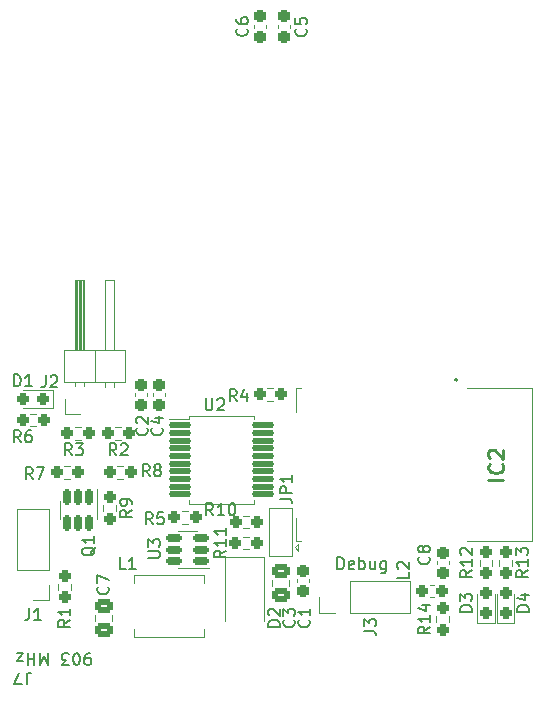
<source format=gto>
G04 #@! TF.GenerationSoftware,KiCad,Pcbnew,6.0.10*
G04 #@! TF.CreationDate,2023-11-17T15:38:02-06:00*
G04 #@! TF.ProjectId,sensor_sigfox_3,73656e73-6f72-45f7-9369-67666f785f33,rev?*
G04 #@! TF.SameCoordinates,Original*
G04 #@! TF.FileFunction,Legend,Top*
G04 #@! TF.FilePolarity,Positive*
%FSLAX46Y46*%
G04 Gerber Fmt 4.6, Leading zero omitted, Abs format (unit mm)*
G04 Created by KiCad (PCBNEW 6.0.10) date 2023-11-17 15:38:02*
%MOMM*%
%LPD*%
G01*
G04 APERTURE LIST*
G04 Aperture macros list*
%AMRoundRect*
0 Rectangle with rounded corners*
0 $1 Rounding radius*
0 $2 $3 $4 $5 $6 $7 $8 $9 X,Y pos of 4 corners*
0 Add a 4 corners polygon primitive as box body*
4,1,4,$2,$3,$4,$5,$6,$7,$8,$9,$2,$3,0*
0 Add four circle primitives for the rounded corners*
1,1,$1+$1,$2,$3*
1,1,$1+$1,$4,$5*
1,1,$1+$1,$6,$7*
1,1,$1+$1,$8,$9*
0 Add four rect primitives between the rounded corners*
20,1,$1+$1,$2,$3,$4,$5,0*
20,1,$1+$1,$4,$5,$6,$7,0*
20,1,$1+$1,$6,$7,$8,$9,0*
20,1,$1+$1,$8,$9,$2,$3,0*%
G04 Aperture macros list end*
%ADD10C,0.150000*%
%ADD11C,0.200000*%
%ADD12C,0.254000*%
%ADD13C,0.120000*%
%ADD14C,0.100000*%
%ADD15RoundRect,0.250000X0.475000X-0.337500X0.475000X0.337500X-0.475000X0.337500X-0.475000X-0.337500X0*%
%ADD16RoundRect,0.237500X-0.287500X-0.237500X0.287500X-0.237500X0.287500X0.237500X-0.287500X0.237500X0*%
%ADD17RoundRect,0.237500X-0.237500X0.250000X-0.237500X-0.250000X0.237500X-0.250000X0.237500X0.250000X0*%
%ADD18RoundRect,0.237500X0.250000X0.237500X-0.250000X0.237500X-0.250000X-0.237500X0.250000X-0.237500X0*%
%ADD19RoundRect,0.237500X-0.250000X-0.237500X0.250000X-0.237500X0.250000X0.237500X-0.250000X0.237500X0*%
%ADD20RoundRect,0.237500X0.237500X-0.250000X0.237500X0.250000X-0.237500X0.250000X-0.237500X-0.250000X0*%
%ADD21RoundRect,0.237500X-0.237500X0.300000X-0.237500X-0.300000X0.237500X-0.300000X0.237500X0.300000X0*%
%ADD22RoundRect,0.237500X0.237500X-0.300000X0.237500X0.300000X-0.237500X0.300000X-0.237500X-0.300000X0*%
%ADD23R,3.000000X3.500000*%
%ADD24R,1.700000X1.700000*%
%ADD25O,1.700000X1.700000*%
%ADD26R,1.800000X2.500000*%
%ADD27R,1.500000X1.000000*%
%ADD28R,0.700000X1.000000*%
%ADD29R,1.000000X0.700000*%
%ADD30RoundRect,0.237500X0.287500X0.237500X-0.287500X0.237500X-0.287500X-0.237500X0.287500X-0.237500X0*%
%ADD31RoundRect,0.237500X0.237500X-0.287500X0.237500X0.287500X-0.237500X0.287500X-0.237500X-0.287500X0*%
%ADD32RoundRect,0.150000X0.512500X0.150000X-0.512500X0.150000X-0.512500X-0.150000X0.512500X-0.150000X0*%
%ADD33RoundRect,0.150000X-0.150000X0.512500X-0.150000X-0.512500X0.150000X-0.512500X0.150000X0.512500X0*%
%ADD34RoundRect,0.125000X-0.825000X-0.125000X0.825000X-0.125000X0.825000X0.125000X-0.825000X0.125000X0*%
G04 APERTURE END LIST*
D10*
X129524380Y-102306380D02*
X129524380Y-101306380D01*
X129762476Y-101306380D01*
X129905333Y-101354000D01*
X130000571Y-101449238D01*
X130048190Y-101544476D01*
X130095809Y-101734952D01*
X130095809Y-101877809D01*
X130048190Y-102068285D01*
X130000571Y-102163523D01*
X129905333Y-102258761D01*
X129762476Y-102306380D01*
X129524380Y-102306380D01*
X130905333Y-102258761D02*
X130810095Y-102306380D01*
X130619619Y-102306380D01*
X130524380Y-102258761D01*
X130476761Y-102163523D01*
X130476761Y-101782571D01*
X130524380Y-101687333D01*
X130619619Y-101639714D01*
X130810095Y-101639714D01*
X130905333Y-101687333D01*
X130952952Y-101782571D01*
X130952952Y-101877809D01*
X130476761Y-101973047D01*
X131381523Y-102306380D02*
X131381523Y-101306380D01*
X131381523Y-101687333D02*
X131476761Y-101639714D01*
X131667238Y-101639714D01*
X131762476Y-101687333D01*
X131810095Y-101734952D01*
X131857714Y-101830190D01*
X131857714Y-102115904D01*
X131810095Y-102211142D01*
X131762476Y-102258761D01*
X131667238Y-102306380D01*
X131476761Y-102306380D01*
X131381523Y-102258761D01*
X132714857Y-101639714D02*
X132714857Y-102306380D01*
X132286285Y-101639714D02*
X132286285Y-102163523D01*
X132333904Y-102258761D01*
X132429142Y-102306380D01*
X132572000Y-102306380D01*
X132667238Y-102258761D01*
X132714857Y-102211142D01*
X133619619Y-101639714D02*
X133619619Y-102449238D01*
X133572000Y-102544476D01*
X133524380Y-102592095D01*
X133429142Y-102639714D01*
X133286285Y-102639714D01*
X133191047Y-102592095D01*
X133619619Y-102258761D02*
X133524380Y-102306380D01*
X133333904Y-102306380D01*
X133238666Y-102258761D01*
X133191047Y-102211142D01*
X133143428Y-102115904D01*
X133143428Y-101830190D01*
X133191047Y-101734952D01*
X133238666Y-101687333D01*
X133333904Y-101639714D01*
X133524380Y-101639714D01*
X133619619Y-101687333D01*
D11*
X108575809Y-109402619D02*
X108385333Y-109402619D01*
X108290095Y-109450238D01*
X108242476Y-109497857D01*
X108147238Y-109640714D01*
X108099619Y-109831190D01*
X108099619Y-110212142D01*
X108147238Y-110307380D01*
X108194857Y-110355000D01*
X108290095Y-110402619D01*
X108480571Y-110402619D01*
X108575809Y-110355000D01*
X108623428Y-110307380D01*
X108671047Y-110212142D01*
X108671047Y-109974047D01*
X108623428Y-109878809D01*
X108575809Y-109831190D01*
X108480571Y-109783571D01*
X108290095Y-109783571D01*
X108194857Y-109831190D01*
X108147238Y-109878809D01*
X108099619Y-109974047D01*
X107480571Y-110402619D02*
X107385333Y-110402619D01*
X107290095Y-110355000D01*
X107242476Y-110307380D01*
X107194857Y-110212142D01*
X107147238Y-110021666D01*
X107147238Y-109783571D01*
X107194857Y-109593095D01*
X107242476Y-109497857D01*
X107290095Y-109450238D01*
X107385333Y-109402619D01*
X107480571Y-109402619D01*
X107575809Y-109450238D01*
X107623428Y-109497857D01*
X107671047Y-109593095D01*
X107718666Y-109783571D01*
X107718666Y-110021666D01*
X107671047Y-110212142D01*
X107623428Y-110307380D01*
X107575809Y-110355000D01*
X107480571Y-110402619D01*
X106813904Y-110402619D02*
X106194857Y-110402619D01*
X106528190Y-110021666D01*
X106385333Y-110021666D01*
X106290095Y-109974047D01*
X106242476Y-109926428D01*
X106194857Y-109831190D01*
X106194857Y-109593095D01*
X106242476Y-109497857D01*
X106290095Y-109450238D01*
X106385333Y-109402619D01*
X106671047Y-109402619D01*
X106766285Y-109450238D01*
X106813904Y-109497857D01*
X105004380Y-109402619D02*
X105004380Y-110402619D01*
X104671047Y-109688333D01*
X104337714Y-110402619D01*
X104337714Y-109402619D01*
X103861523Y-109402619D02*
X103861523Y-110402619D01*
X103861523Y-109926428D02*
X103290095Y-109926428D01*
X103290095Y-109402619D02*
X103290095Y-110402619D01*
X102909142Y-110069285D02*
X102385333Y-110069285D01*
X102909142Y-109402619D01*
X102385333Y-109402619D01*
D10*
X103203333Y-112053619D02*
X103203333Y-111339333D01*
X103250952Y-111196476D01*
X103346190Y-111101238D01*
X103489047Y-111053619D01*
X103584285Y-111053619D01*
X102822380Y-112053619D02*
X102155714Y-112053619D01*
X102584285Y-111053619D01*
X110085142Y-103798666D02*
X110132761Y-103846285D01*
X110180380Y-103989142D01*
X110180380Y-104084380D01*
X110132761Y-104227238D01*
X110037523Y-104322476D01*
X109942285Y-104370095D01*
X109751809Y-104417714D01*
X109608952Y-104417714D01*
X109418476Y-104370095D01*
X109323238Y-104322476D01*
X109228000Y-104227238D01*
X109180380Y-104084380D01*
X109180380Y-103989142D01*
X109228000Y-103846285D01*
X109275619Y-103798666D01*
X109180380Y-103465333D02*
X109180380Y-102798666D01*
X110180380Y-103227238D01*
X125833142Y-106592666D02*
X125880761Y-106640285D01*
X125928380Y-106783142D01*
X125928380Y-106878380D01*
X125880761Y-107021238D01*
X125785523Y-107116476D01*
X125690285Y-107164095D01*
X125499809Y-107211714D01*
X125356952Y-107211714D01*
X125166476Y-107164095D01*
X125071238Y-107116476D01*
X124976000Y-107021238D01*
X124928380Y-106878380D01*
X124928380Y-106783142D01*
X124976000Y-106640285D01*
X125023619Y-106592666D01*
X124928380Y-106259333D02*
X124928380Y-105640285D01*
X125309333Y-105973619D01*
X125309333Y-105830761D01*
X125356952Y-105735523D01*
X125404571Y-105687904D01*
X125499809Y-105640285D01*
X125737904Y-105640285D01*
X125833142Y-105687904D01*
X125880761Y-105735523D01*
X125928380Y-105830761D01*
X125928380Y-106116476D01*
X125880761Y-106211714D01*
X125833142Y-106259333D01*
X135580380Y-102528666D02*
X135580380Y-103004857D01*
X134580380Y-103004857D01*
X134675619Y-102242952D02*
X134628000Y-102195333D01*
X134580380Y-102100095D01*
X134580380Y-101862000D01*
X134628000Y-101766761D01*
X134675619Y-101719142D01*
X134770857Y-101671523D01*
X134866095Y-101671523D01*
X135008952Y-101719142D01*
X135580380Y-102290571D01*
X135580380Y-101671523D01*
X137358380Y-107172357D02*
X136882190Y-107505690D01*
X137358380Y-107743785D02*
X136358380Y-107743785D01*
X136358380Y-107362833D01*
X136406000Y-107267595D01*
X136453619Y-107219976D01*
X136548857Y-107172357D01*
X136691714Y-107172357D01*
X136786952Y-107219976D01*
X136834571Y-107267595D01*
X136882190Y-107362833D01*
X136882190Y-107743785D01*
X137358380Y-106219976D02*
X137358380Y-106791404D01*
X137358380Y-106505690D02*
X136358380Y-106505690D01*
X136501238Y-106600928D01*
X136596476Y-106696166D01*
X136644095Y-106791404D01*
X136691714Y-105362833D02*
X137358380Y-105362833D01*
X136310761Y-105600928D02*
X137025047Y-105839023D01*
X137025047Y-105219976D01*
X145646380Y-102393357D02*
X145170190Y-102726690D01*
X145646380Y-102964785D02*
X144646380Y-102964785D01*
X144646380Y-102583833D01*
X144694000Y-102488595D01*
X144741619Y-102440976D01*
X144836857Y-102393357D01*
X144979714Y-102393357D01*
X145074952Y-102440976D01*
X145122571Y-102488595D01*
X145170190Y-102583833D01*
X145170190Y-102964785D01*
X145646380Y-101440976D02*
X145646380Y-102012404D01*
X145646380Y-101726690D02*
X144646380Y-101726690D01*
X144789238Y-101821928D01*
X144884476Y-101917166D01*
X144932095Y-102012404D01*
X144646380Y-101107642D02*
X144646380Y-100488595D01*
X145027333Y-100821928D01*
X145027333Y-100679071D01*
X145074952Y-100583833D01*
X145122571Y-100536214D01*
X145217809Y-100488595D01*
X145455904Y-100488595D01*
X145551142Y-100536214D01*
X145598761Y-100583833D01*
X145646380Y-100679071D01*
X145646380Y-100964785D01*
X145598761Y-101060023D01*
X145551142Y-101107642D01*
X140914380Y-102393357D02*
X140438190Y-102726690D01*
X140914380Y-102964785D02*
X139914380Y-102964785D01*
X139914380Y-102583833D01*
X139962000Y-102488595D01*
X140009619Y-102440976D01*
X140104857Y-102393357D01*
X140247714Y-102393357D01*
X140342952Y-102440976D01*
X140390571Y-102488595D01*
X140438190Y-102583833D01*
X140438190Y-102964785D01*
X140914380Y-101440976D02*
X140914380Y-102012404D01*
X140914380Y-101726690D02*
X139914380Y-101726690D01*
X140057238Y-101821928D01*
X140152476Y-101917166D01*
X140200095Y-102012404D01*
X140009619Y-101060023D02*
X139962000Y-101012404D01*
X139914380Y-100917166D01*
X139914380Y-100679071D01*
X139962000Y-100583833D01*
X140009619Y-100536214D01*
X140104857Y-100488595D01*
X140200095Y-100488595D01*
X140342952Y-100536214D01*
X140914380Y-101107642D01*
X140914380Y-100488595D01*
X120086380Y-100718857D02*
X119610190Y-101052190D01*
X120086380Y-101290285D02*
X119086380Y-101290285D01*
X119086380Y-100909333D01*
X119134000Y-100814095D01*
X119181619Y-100766476D01*
X119276857Y-100718857D01*
X119419714Y-100718857D01*
X119514952Y-100766476D01*
X119562571Y-100814095D01*
X119610190Y-100909333D01*
X119610190Y-101290285D01*
X120086380Y-99766476D02*
X120086380Y-100337904D01*
X120086380Y-100052190D02*
X119086380Y-100052190D01*
X119229238Y-100147428D01*
X119324476Y-100242666D01*
X119372095Y-100337904D01*
X120086380Y-98814095D02*
X120086380Y-99385523D01*
X120086380Y-99099809D02*
X119086380Y-99099809D01*
X119229238Y-99195047D01*
X119324476Y-99290285D01*
X119372095Y-99385523D01*
X118991142Y-97734380D02*
X118657809Y-97258190D01*
X118419714Y-97734380D02*
X118419714Y-96734380D01*
X118800666Y-96734380D01*
X118895904Y-96782000D01*
X118943523Y-96829619D01*
X118991142Y-96924857D01*
X118991142Y-97067714D01*
X118943523Y-97162952D01*
X118895904Y-97210571D01*
X118800666Y-97258190D01*
X118419714Y-97258190D01*
X119943523Y-97734380D02*
X119372095Y-97734380D01*
X119657809Y-97734380D02*
X119657809Y-96734380D01*
X119562571Y-96877238D01*
X119467333Y-96972476D01*
X119372095Y-97020095D01*
X120562571Y-96734380D02*
X120657809Y-96734380D01*
X120753047Y-96782000D01*
X120800666Y-96829619D01*
X120848285Y-96924857D01*
X120895904Y-97115333D01*
X120895904Y-97353428D01*
X120848285Y-97543904D01*
X120800666Y-97639142D01*
X120753047Y-97686761D01*
X120657809Y-97734380D01*
X120562571Y-97734380D01*
X120467333Y-97686761D01*
X120419714Y-97639142D01*
X120372095Y-97543904D01*
X120324476Y-97353428D01*
X120324476Y-97115333D01*
X120372095Y-96924857D01*
X120419714Y-96829619D01*
X120467333Y-96782000D01*
X120562571Y-96734380D01*
X112118380Y-97298166D02*
X111642190Y-97631500D01*
X112118380Y-97869595D02*
X111118380Y-97869595D01*
X111118380Y-97488642D01*
X111166000Y-97393404D01*
X111213619Y-97345785D01*
X111308857Y-97298166D01*
X111451714Y-97298166D01*
X111546952Y-97345785D01*
X111594571Y-97393404D01*
X111642190Y-97488642D01*
X111642190Y-97869595D01*
X112118380Y-96821976D02*
X112118380Y-96631500D01*
X112070761Y-96536261D01*
X112023142Y-96488642D01*
X111880285Y-96393404D01*
X111689809Y-96345785D01*
X111308857Y-96345785D01*
X111213619Y-96393404D01*
X111166000Y-96441023D01*
X111118380Y-96536261D01*
X111118380Y-96726738D01*
X111166000Y-96821976D01*
X111213619Y-96869595D01*
X111308857Y-96917214D01*
X111546952Y-96917214D01*
X111642190Y-96869595D01*
X111689809Y-96821976D01*
X111737428Y-96726738D01*
X111737428Y-96536261D01*
X111689809Y-96441023D01*
X111642190Y-96393404D01*
X111546952Y-96345785D01*
X113625333Y-94432380D02*
X113292000Y-93956190D01*
X113053904Y-94432380D02*
X113053904Y-93432380D01*
X113434857Y-93432380D01*
X113530095Y-93480000D01*
X113577714Y-93527619D01*
X113625333Y-93622857D01*
X113625333Y-93765714D01*
X113577714Y-93860952D01*
X113530095Y-93908571D01*
X113434857Y-93956190D01*
X113053904Y-93956190D01*
X114196761Y-93860952D02*
X114101523Y-93813333D01*
X114053904Y-93765714D01*
X114006285Y-93670476D01*
X114006285Y-93622857D01*
X114053904Y-93527619D01*
X114101523Y-93480000D01*
X114196761Y-93432380D01*
X114387238Y-93432380D01*
X114482476Y-93480000D01*
X114530095Y-93527619D01*
X114577714Y-93622857D01*
X114577714Y-93670476D01*
X114530095Y-93765714D01*
X114482476Y-93813333D01*
X114387238Y-93860952D01*
X114196761Y-93860952D01*
X114101523Y-93908571D01*
X114053904Y-93956190D01*
X114006285Y-94051428D01*
X114006285Y-94241904D01*
X114053904Y-94337142D01*
X114101523Y-94384761D01*
X114196761Y-94432380D01*
X114387238Y-94432380D01*
X114482476Y-94384761D01*
X114530095Y-94337142D01*
X114577714Y-94241904D01*
X114577714Y-94051428D01*
X114530095Y-93956190D01*
X114482476Y-93908571D01*
X114387238Y-93860952D01*
X103719333Y-94686380D02*
X103386000Y-94210190D01*
X103147904Y-94686380D02*
X103147904Y-93686380D01*
X103528857Y-93686380D01*
X103624095Y-93734000D01*
X103671714Y-93781619D01*
X103719333Y-93876857D01*
X103719333Y-94019714D01*
X103671714Y-94114952D01*
X103624095Y-94162571D01*
X103528857Y-94210190D01*
X103147904Y-94210190D01*
X104052666Y-93686380D02*
X104719333Y-93686380D01*
X104290761Y-94686380D01*
X102703333Y-91544380D02*
X102370000Y-91068190D01*
X102131904Y-91544380D02*
X102131904Y-90544380D01*
X102512857Y-90544380D01*
X102608095Y-90592000D01*
X102655714Y-90639619D01*
X102703333Y-90734857D01*
X102703333Y-90877714D01*
X102655714Y-90972952D01*
X102608095Y-91020571D01*
X102512857Y-91068190D01*
X102131904Y-91068190D01*
X103560476Y-90544380D02*
X103370000Y-90544380D01*
X103274761Y-90592000D01*
X103227142Y-90639619D01*
X103131904Y-90782476D01*
X103084285Y-90972952D01*
X103084285Y-91353904D01*
X103131904Y-91449142D01*
X103179523Y-91496761D01*
X103274761Y-91544380D01*
X103465238Y-91544380D01*
X103560476Y-91496761D01*
X103608095Y-91449142D01*
X103655714Y-91353904D01*
X103655714Y-91115809D01*
X103608095Y-91020571D01*
X103560476Y-90972952D01*
X103465238Y-90925333D01*
X103274761Y-90925333D01*
X103179523Y-90972952D01*
X103131904Y-91020571D01*
X103084285Y-91115809D01*
X113879333Y-98496380D02*
X113546000Y-98020190D01*
X113307904Y-98496380D02*
X113307904Y-97496380D01*
X113688857Y-97496380D01*
X113784095Y-97544000D01*
X113831714Y-97591619D01*
X113879333Y-97686857D01*
X113879333Y-97829714D01*
X113831714Y-97924952D01*
X113784095Y-97972571D01*
X113688857Y-98020190D01*
X113307904Y-98020190D01*
X114784095Y-97496380D02*
X114307904Y-97496380D01*
X114260285Y-97972571D01*
X114307904Y-97924952D01*
X114403142Y-97877333D01*
X114641238Y-97877333D01*
X114736476Y-97924952D01*
X114784095Y-97972571D01*
X114831714Y-98067809D01*
X114831714Y-98305904D01*
X114784095Y-98401142D01*
X114736476Y-98448761D01*
X114641238Y-98496380D01*
X114403142Y-98496380D01*
X114307904Y-98448761D01*
X114260285Y-98401142D01*
X120991333Y-88082380D02*
X120658000Y-87606190D01*
X120419904Y-88082380D02*
X120419904Y-87082380D01*
X120800857Y-87082380D01*
X120896095Y-87130000D01*
X120943714Y-87177619D01*
X120991333Y-87272857D01*
X120991333Y-87415714D01*
X120943714Y-87510952D01*
X120896095Y-87558571D01*
X120800857Y-87606190D01*
X120419904Y-87606190D01*
X121848476Y-87415714D02*
X121848476Y-88082380D01*
X121610380Y-87034761D02*
X121372285Y-87749047D01*
X121991333Y-87749047D01*
X107021333Y-92654380D02*
X106688000Y-92178190D01*
X106449904Y-92654380D02*
X106449904Y-91654380D01*
X106830857Y-91654380D01*
X106926095Y-91702000D01*
X106973714Y-91749619D01*
X107021333Y-91844857D01*
X107021333Y-91987714D01*
X106973714Y-92082952D01*
X106926095Y-92130571D01*
X106830857Y-92178190D01*
X106449904Y-92178190D01*
X107354666Y-91654380D02*
X107973714Y-91654380D01*
X107640380Y-92035333D01*
X107783238Y-92035333D01*
X107878476Y-92082952D01*
X107926095Y-92130571D01*
X107973714Y-92225809D01*
X107973714Y-92463904D01*
X107926095Y-92559142D01*
X107878476Y-92606761D01*
X107783238Y-92654380D01*
X107497523Y-92654380D01*
X107402285Y-92606761D01*
X107354666Y-92559142D01*
X110807833Y-92654380D02*
X110474500Y-92178190D01*
X110236404Y-92654380D02*
X110236404Y-91654380D01*
X110617357Y-91654380D01*
X110712595Y-91702000D01*
X110760214Y-91749619D01*
X110807833Y-91844857D01*
X110807833Y-91987714D01*
X110760214Y-92082952D01*
X110712595Y-92130571D01*
X110617357Y-92178190D01*
X110236404Y-92178190D01*
X111188785Y-91749619D02*
X111236404Y-91702000D01*
X111331642Y-91654380D01*
X111569738Y-91654380D01*
X111664976Y-91702000D01*
X111712595Y-91749619D01*
X111760214Y-91844857D01*
X111760214Y-91940095D01*
X111712595Y-92082952D01*
X111141166Y-92654380D01*
X111760214Y-92654380D01*
X106878380Y-106592666D02*
X106402190Y-106926000D01*
X106878380Y-107164095D02*
X105878380Y-107164095D01*
X105878380Y-106783142D01*
X105926000Y-106687904D01*
X105973619Y-106640285D01*
X106068857Y-106592666D01*
X106211714Y-106592666D01*
X106306952Y-106640285D01*
X106354571Y-106687904D01*
X106402190Y-106783142D01*
X106402190Y-107164095D01*
X106878380Y-105640285D02*
X106878380Y-106211714D01*
X106878380Y-105926000D02*
X105878380Y-105926000D01*
X106021238Y-106021238D01*
X106116476Y-106116476D01*
X106164095Y-106211714D01*
X137263142Y-101258666D02*
X137310761Y-101306285D01*
X137358380Y-101449142D01*
X137358380Y-101544380D01*
X137310761Y-101687238D01*
X137215523Y-101782476D01*
X137120285Y-101830095D01*
X136929809Y-101877714D01*
X136786952Y-101877714D01*
X136596476Y-101830095D01*
X136501238Y-101782476D01*
X136406000Y-101687238D01*
X136358380Y-101544380D01*
X136358380Y-101449142D01*
X136406000Y-101306285D01*
X136453619Y-101258666D01*
X136786952Y-100687238D02*
X136739333Y-100782476D01*
X136691714Y-100830095D01*
X136596476Y-100877714D01*
X136548857Y-100877714D01*
X136453619Y-100830095D01*
X136406000Y-100782476D01*
X136358380Y-100687238D01*
X136358380Y-100496761D01*
X136406000Y-100401523D01*
X136453619Y-100353904D01*
X136548857Y-100306285D01*
X136596476Y-100306285D01*
X136691714Y-100353904D01*
X136739333Y-100401523D01*
X136786952Y-100496761D01*
X136786952Y-100687238D01*
X136834571Y-100782476D01*
X136882190Y-100830095D01*
X136977428Y-100877714D01*
X137167904Y-100877714D01*
X137263142Y-100830095D01*
X137310761Y-100782476D01*
X137358380Y-100687238D01*
X137358380Y-100496761D01*
X137310761Y-100401523D01*
X137263142Y-100353904D01*
X137167904Y-100306285D01*
X136977428Y-100306285D01*
X136882190Y-100353904D01*
X136834571Y-100401523D01*
X136786952Y-100496761D01*
X121863142Y-56533166D02*
X121910761Y-56580785D01*
X121958380Y-56723642D01*
X121958380Y-56818880D01*
X121910761Y-56961738D01*
X121815523Y-57056976D01*
X121720285Y-57104595D01*
X121529809Y-57152214D01*
X121386952Y-57152214D01*
X121196476Y-57104595D01*
X121101238Y-57056976D01*
X121006000Y-56961738D01*
X120958380Y-56818880D01*
X120958380Y-56723642D01*
X121006000Y-56580785D01*
X121053619Y-56533166D01*
X120958380Y-55676023D02*
X120958380Y-55866500D01*
X121006000Y-55961738D01*
X121053619Y-56009357D01*
X121196476Y-56104595D01*
X121386952Y-56152214D01*
X121767904Y-56152214D01*
X121863142Y-56104595D01*
X121910761Y-56056976D01*
X121958380Y-55961738D01*
X121958380Y-55771261D01*
X121910761Y-55676023D01*
X121863142Y-55628404D01*
X121767904Y-55580785D01*
X121529809Y-55580785D01*
X121434571Y-55628404D01*
X121386952Y-55676023D01*
X121339333Y-55771261D01*
X121339333Y-55961738D01*
X121386952Y-56056976D01*
X121434571Y-56104595D01*
X121529809Y-56152214D01*
X126849142Y-56554666D02*
X126896761Y-56602285D01*
X126944380Y-56745142D01*
X126944380Y-56840380D01*
X126896761Y-56983238D01*
X126801523Y-57078476D01*
X126706285Y-57126095D01*
X126515809Y-57173714D01*
X126372952Y-57173714D01*
X126182476Y-57126095D01*
X126087238Y-57078476D01*
X125992000Y-56983238D01*
X125944380Y-56840380D01*
X125944380Y-56745142D01*
X125992000Y-56602285D01*
X126039619Y-56554666D01*
X125944380Y-55649904D02*
X125944380Y-56126095D01*
X126420571Y-56173714D01*
X126372952Y-56126095D01*
X126325333Y-56030857D01*
X126325333Y-55792761D01*
X126372952Y-55697523D01*
X126420571Y-55649904D01*
X126515809Y-55602285D01*
X126753904Y-55602285D01*
X126849142Y-55649904D01*
X126896761Y-55697523D01*
X126944380Y-55792761D01*
X126944380Y-56030857D01*
X126896761Y-56126095D01*
X126849142Y-56173714D01*
X114657142Y-90336666D02*
X114704761Y-90384285D01*
X114752380Y-90527142D01*
X114752380Y-90622380D01*
X114704761Y-90765238D01*
X114609523Y-90860476D01*
X114514285Y-90908095D01*
X114323809Y-90955714D01*
X114180952Y-90955714D01*
X113990476Y-90908095D01*
X113895238Y-90860476D01*
X113800000Y-90765238D01*
X113752380Y-90622380D01*
X113752380Y-90527142D01*
X113800000Y-90384285D01*
X113847619Y-90336666D01*
X114085714Y-89479523D02*
X114752380Y-89479523D01*
X113704761Y-89717619D02*
X114419047Y-89955714D01*
X114419047Y-89336666D01*
X113387142Y-90336666D02*
X113434761Y-90384285D01*
X113482380Y-90527142D01*
X113482380Y-90622380D01*
X113434761Y-90765238D01*
X113339523Y-90860476D01*
X113244285Y-90908095D01*
X113053809Y-90955714D01*
X112910952Y-90955714D01*
X112720476Y-90908095D01*
X112625238Y-90860476D01*
X112530000Y-90765238D01*
X112482380Y-90622380D01*
X112482380Y-90527142D01*
X112530000Y-90384285D01*
X112577619Y-90336666D01*
X112577619Y-89955714D02*
X112530000Y-89908095D01*
X112482380Y-89812857D01*
X112482380Y-89574761D01*
X112530000Y-89479523D01*
X112577619Y-89431904D01*
X112672857Y-89384285D01*
X112768095Y-89384285D01*
X112910952Y-89431904D01*
X113482380Y-90003333D01*
X113482380Y-89384285D01*
X127103142Y-106592666D02*
X127150761Y-106640285D01*
X127198380Y-106783142D01*
X127198380Y-106878380D01*
X127150761Y-107021238D01*
X127055523Y-107116476D01*
X126960285Y-107164095D01*
X126769809Y-107211714D01*
X126626952Y-107211714D01*
X126436476Y-107164095D01*
X126341238Y-107116476D01*
X126246000Y-107021238D01*
X126198380Y-106878380D01*
X126198380Y-106783142D01*
X126246000Y-106640285D01*
X126293619Y-106592666D01*
X127198380Y-105640285D02*
X127198380Y-106211714D01*
X127198380Y-105926000D02*
X126198380Y-105926000D01*
X126341238Y-106021238D01*
X126436476Y-106116476D01*
X126484095Y-106211714D01*
X111593333Y-102306380D02*
X111117142Y-102306380D01*
X111117142Y-101306380D01*
X112450476Y-102306380D02*
X111879047Y-102306380D01*
X112164761Y-102306380D02*
X112164761Y-101306380D01*
X112069523Y-101449238D01*
X111974285Y-101544476D01*
X111879047Y-101592095D01*
X131786380Y-107521333D02*
X132500666Y-107521333D01*
X132643523Y-107568952D01*
X132738761Y-107664190D01*
X132786380Y-107807047D01*
X132786380Y-107902285D01*
X131786380Y-107140380D02*
X131786380Y-106521333D01*
X132167333Y-106854666D01*
X132167333Y-106711809D01*
X132214952Y-106616571D01*
X132262571Y-106568952D01*
X132357809Y-106521333D01*
X132595904Y-106521333D01*
X132691142Y-106568952D01*
X132738761Y-106616571D01*
X132786380Y-106711809D01*
X132786380Y-106997523D01*
X132738761Y-107092761D01*
X132691142Y-107140380D01*
X124658380Y-107164095D02*
X123658380Y-107164095D01*
X123658380Y-106926000D01*
X123706000Y-106783142D01*
X123801238Y-106687904D01*
X123896476Y-106640285D01*
X124086952Y-106592666D01*
X124229809Y-106592666D01*
X124420285Y-106640285D01*
X124515523Y-106687904D01*
X124610761Y-106783142D01*
X124658380Y-106926000D01*
X124658380Y-107164095D01*
X123753619Y-106211714D02*
X123706000Y-106164095D01*
X123658380Y-106068857D01*
X123658380Y-105830761D01*
X123706000Y-105735523D01*
X123753619Y-105687904D01*
X123848857Y-105640285D01*
X123944095Y-105640285D01*
X124086952Y-105687904D01*
X124658380Y-106259333D01*
X124658380Y-105640285D01*
X103425666Y-105609380D02*
X103425666Y-106323666D01*
X103378047Y-106466523D01*
X103282809Y-106561761D01*
X103139952Y-106609380D01*
X103044714Y-106609380D01*
X104425666Y-106609380D02*
X103854238Y-106609380D01*
X104139952Y-106609380D02*
X104139952Y-105609380D01*
X104044714Y-105752238D01*
X103949476Y-105847476D01*
X103854238Y-105895095D01*
X104822666Y-85896380D02*
X104822666Y-86610666D01*
X104775047Y-86753523D01*
X104679809Y-86848761D01*
X104536952Y-86896380D01*
X104441714Y-86896380D01*
X105251238Y-85991619D02*
X105298857Y-85944000D01*
X105394095Y-85896380D01*
X105632190Y-85896380D01*
X105727428Y-85944000D01*
X105775047Y-85991619D01*
X105822666Y-86086857D01*
X105822666Y-86182095D01*
X105775047Y-86324952D01*
X105203619Y-86896380D01*
X105822666Y-86896380D01*
X124674380Y-96337333D02*
X125388666Y-96337333D01*
X125531523Y-96384952D01*
X125626761Y-96480190D01*
X125674380Y-96623047D01*
X125674380Y-96718285D01*
X125674380Y-95861142D02*
X124674380Y-95861142D01*
X124674380Y-95480190D01*
X124722000Y-95384952D01*
X124769619Y-95337333D01*
X124864857Y-95289714D01*
X125007714Y-95289714D01*
X125102952Y-95337333D01*
X125150571Y-95384952D01*
X125198190Y-95480190D01*
X125198190Y-95861142D01*
X125674380Y-94337333D02*
X125674380Y-94908761D01*
X125674380Y-94623047D02*
X124674380Y-94623047D01*
X124817238Y-94718285D01*
X124912476Y-94813523D01*
X124960095Y-94908761D01*
D12*
X143576523Y-94711761D02*
X142306523Y-94711761D01*
X143455571Y-93381285D02*
X143516047Y-93441761D01*
X143576523Y-93623190D01*
X143576523Y-93744142D01*
X143516047Y-93925571D01*
X143395095Y-94046523D01*
X143274142Y-94107000D01*
X143032238Y-94167476D01*
X142850809Y-94167476D01*
X142608904Y-94107000D01*
X142487952Y-94046523D01*
X142367000Y-93925571D01*
X142306523Y-93744142D01*
X142306523Y-93623190D01*
X142367000Y-93441761D01*
X142427476Y-93381285D01*
X142427476Y-92897476D02*
X142367000Y-92837000D01*
X142306523Y-92716047D01*
X142306523Y-92413666D01*
X142367000Y-92292714D01*
X142427476Y-92232238D01*
X142548428Y-92171761D01*
X142669380Y-92171761D01*
X142850809Y-92232238D01*
X143576523Y-92957952D01*
X143576523Y-92171761D01*
D10*
X102131904Y-86812380D02*
X102131904Y-85812380D01*
X102370000Y-85812380D01*
X102512857Y-85860000D01*
X102608095Y-85955238D01*
X102655714Y-86050476D01*
X102703333Y-86240952D01*
X102703333Y-86383809D01*
X102655714Y-86574285D01*
X102608095Y-86669523D01*
X102512857Y-86764761D01*
X102370000Y-86812380D01*
X102131904Y-86812380D01*
X103655714Y-86812380D02*
X103084285Y-86812380D01*
X103370000Y-86812380D02*
X103370000Y-85812380D01*
X103274761Y-85955238D01*
X103179523Y-86050476D01*
X103084285Y-86098095D01*
X140914380Y-105894095D02*
X139914380Y-105894095D01*
X139914380Y-105656000D01*
X139962000Y-105513142D01*
X140057238Y-105417904D01*
X140152476Y-105370285D01*
X140342952Y-105322666D01*
X140485809Y-105322666D01*
X140676285Y-105370285D01*
X140771523Y-105417904D01*
X140866761Y-105513142D01*
X140914380Y-105656000D01*
X140914380Y-105894095D01*
X139914380Y-104989333D02*
X139914380Y-104370285D01*
X140295333Y-104703619D01*
X140295333Y-104560761D01*
X140342952Y-104465523D01*
X140390571Y-104417904D01*
X140485809Y-104370285D01*
X140723904Y-104370285D01*
X140819142Y-104417904D01*
X140866761Y-104465523D01*
X140914380Y-104560761D01*
X140914380Y-104846476D01*
X140866761Y-104941714D01*
X140819142Y-104989333D01*
X145740380Y-105894095D02*
X144740380Y-105894095D01*
X144740380Y-105656000D01*
X144788000Y-105513142D01*
X144883238Y-105417904D01*
X144978476Y-105370285D01*
X145168952Y-105322666D01*
X145311809Y-105322666D01*
X145502285Y-105370285D01*
X145597523Y-105417904D01*
X145692761Y-105513142D01*
X145740380Y-105656000D01*
X145740380Y-105894095D01*
X145073714Y-104465523D02*
X145740380Y-104465523D01*
X144692761Y-104703619D02*
X145407047Y-104941714D01*
X145407047Y-104322666D01*
X113498380Y-101345904D02*
X114307904Y-101345904D01*
X114403142Y-101298285D01*
X114450761Y-101250666D01*
X114498380Y-101155428D01*
X114498380Y-100964952D01*
X114450761Y-100869714D01*
X114403142Y-100822095D01*
X114307904Y-100774476D01*
X113498380Y-100774476D01*
X113498380Y-100393523D02*
X113498380Y-99774476D01*
X113879333Y-100107809D01*
X113879333Y-99964952D01*
X113926952Y-99869714D01*
X113974571Y-99822095D01*
X114069809Y-99774476D01*
X114307904Y-99774476D01*
X114403142Y-99822095D01*
X114450761Y-99869714D01*
X114498380Y-99964952D01*
X114498380Y-100250666D01*
X114450761Y-100345904D01*
X114403142Y-100393523D01*
X109005619Y-100425238D02*
X108958000Y-100520476D01*
X108862761Y-100615714D01*
X108719904Y-100758571D01*
X108672285Y-100853809D01*
X108672285Y-100949047D01*
X108910380Y-100901428D02*
X108862761Y-100996666D01*
X108767523Y-101091904D01*
X108577047Y-101139523D01*
X108243714Y-101139523D01*
X108053238Y-101091904D01*
X107958000Y-100996666D01*
X107910380Y-100901428D01*
X107910380Y-100710952D01*
X107958000Y-100615714D01*
X108053238Y-100520476D01*
X108243714Y-100472857D01*
X108577047Y-100472857D01*
X108767523Y-100520476D01*
X108862761Y-100615714D01*
X108910380Y-100710952D01*
X108910380Y-100901428D01*
X108910380Y-99520476D02*
X108910380Y-100091904D01*
X108910380Y-99806190D02*
X107910380Y-99806190D01*
X108053238Y-99901428D01*
X108148476Y-99996666D01*
X108196095Y-100091904D01*
X118364095Y-87844380D02*
X118364095Y-88653904D01*
X118411714Y-88749142D01*
X118459333Y-88796761D01*
X118554571Y-88844380D01*
X118745047Y-88844380D01*
X118840285Y-88796761D01*
X118887904Y-88749142D01*
X118935523Y-88653904D01*
X118935523Y-87844380D01*
X119364095Y-87939619D02*
X119411714Y-87892000D01*
X119506952Y-87844380D01*
X119745047Y-87844380D01*
X119840285Y-87892000D01*
X119887904Y-87939619D01*
X119935523Y-88034857D01*
X119935523Y-88130095D01*
X119887904Y-88272952D01*
X119316476Y-88844380D01*
X119935523Y-88844380D01*
D13*
X108993000Y-106708752D02*
X108993000Y-106186248D01*
X110463000Y-106708752D02*
X110463000Y-106186248D01*
X123979000Y-103744752D02*
X123979000Y-103222248D01*
X125449000Y-103744752D02*
X125449000Y-103222248D01*
X137360733Y-104650000D02*
X137703267Y-104650000D01*
X137360733Y-103630000D02*
X137703267Y-103630000D01*
X138952500Y-106274776D02*
X138952500Y-106784224D01*
X137907500Y-106274776D02*
X137907500Y-106784224D01*
X144286500Y-101495776D02*
X144286500Y-102005224D01*
X143241500Y-101495776D02*
X143241500Y-102005224D01*
X142635500Y-101495776D02*
X142635500Y-102005224D01*
X141590500Y-101495776D02*
X141590500Y-102005224D01*
X122071224Y-98820500D02*
X121561776Y-98820500D01*
X122071224Y-97775500D02*
X121561776Y-97775500D01*
X121538276Y-99553500D02*
X122047724Y-99553500D01*
X121538276Y-100598500D02*
X122047724Y-100598500D01*
X110758500Y-96876776D02*
X110758500Y-97386224D01*
X109713500Y-96876776D02*
X109713500Y-97386224D01*
X111403224Y-94629500D02*
X110893776Y-94629500D01*
X111403224Y-93584500D02*
X110893776Y-93584500D01*
X106911224Y-94629500D02*
X106401776Y-94629500D01*
X106911224Y-93584500D02*
X106401776Y-93584500D01*
X104037224Y-90184500D02*
X103527776Y-90184500D01*
X104037224Y-89139500D02*
X103527776Y-89139500D01*
X116354776Y-97394500D02*
X116864224Y-97394500D01*
X116354776Y-98439500D02*
X116864224Y-98439500D01*
X124103224Y-88025500D02*
X123593776Y-88025500D01*
X124103224Y-86980500D02*
X123593776Y-86980500D01*
X107290776Y-90282500D02*
X107800224Y-90282500D01*
X107290776Y-91327500D02*
X107800224Y-91327500D01*
X110719776Y-90282500D02*
X111229224Y-90282500D01*
X110719776Y-91327500D02*
X111229224Y-91327500D01*
X105903500Y-104037224D02*
X105903500Y-103527776D01*
X106948500Y-104037224D02*
X106948500Y-103527776D01*
X138940000Y-101607233D02*
X138940000Y-101899767D01*
X137920000Y-101607233D02*
X137920000Y-101899767D01*
X122426000Y-56512767D02*
X122426000Y-56220233D01*
X123446000Y-56512767D02*
X123446000Y-56220233D01*
X124458000Y-56512767D02*
X124458000Y-56220233D01*
X125478000Y-56512767D02*
X125478000Y-56220233D01*
X114937000Y-87383233D02*
X114937000Y-87675767D01*
X113917000Y-87383233D02*
X113917000Y-87675767D01*
X113413000Y-87383233D02*
X113413000Y-87675767D01*
X112393000Y-87383233D02*
X112393000Y-87675767D01*
X126109000Y-103423767D02*
X126109000Y-103131233D01*
X127129000Y-103423767D02*
X127129000Y-103131233D01*
X118236000Y-103480000D02*
X118236000Y-102800000D01*
X118236000Y-108020000D02*
X112316000Y-108020000D01*
X118236000Y-102800000D02*
X112316000Y-102800000D01*
X112316000Y-103480000D02*
X112316000Y-102800000D01*
X118236000Y-108020000D02*
X118236000Y-107340000D01*
X112316000Y-108020000D02*
X112316000Y-107340000D01*
X135696000Y-105978000D02*
X135696000Y-103318000D01*
X130556000Y-105978000D02*
X135696000Y-105978000D01*
X129286000Y-105978000D02*
X127956000Y-105978000D01*
X130556000Y-103318000D02*
X135696000Y-103318000D01*
X127956000Y-105978000D02*
X127956000Y-104648000D01*
X130556000Y-105978000D02*
X130556000Y-103318000D01*
X123316000Y-101248000D02*
X123316000Y-106648000D01*
X120016000Y-101248000D02*
X120016000Y-106648000D01*
X123316000Y-101248000D02*
X120016000Y-101248000D01*
X105089000Y-97207000D02*
X102429000Y-97207000D01*
X105089000Y-102347000D02*
X105089000Y-97207000D01*
X105089000Y-104947000D02*
X103759000Y-104947000D01*
X105089000Y-103617000D02*
X105089000Y-104947000D01*
X102429000Y-102347000D02*
X102429000Y-97207000D01*
X105089000Y-102347000D02*
X102429000Y-102347000D01*
X106366000Y-86444000D02*
X111566000Y-86444000D01*
X111566000Y-83784000D02*
X106366000Y-83784000D01*
X109856000Y-77784000D02*
X110616000Y-77784000D01*
X106426000Y-89154000D02*
X106426000Y-87884000D01*
X108076000Y-86774000D02*
X108076000Y-86444000D01*
X109856000Y-86841071D02*
X109856000Y-86444000D01*
X108076000Y-77784000D02*
X108076000Y-83784000D01*
X107496000Y-83784000D02*
X107496000Y-77784000D01*
X107616000Y-83784000D02*
X107616000Y-77784000D01*
X109856000Y-83784000D02*
X109856000Y-77784000D01*
X107856000Y-83784000D02*
X107856000Y-77784000D01*
X110616000Y-77784000D02*
X110616000Y-83784000D01*
X107376000Y-83784000D02*
X107376000Y-77784000D01*
X106366000Y-83784000D02*
X106366000Y-86444000D01*
X107316000Y-77784000D02*
X108076000Y-77784000D01*
X107736000Y-83784000D02*
X107736000Y-77784000D01*
X107316000Y-86774000D02*
X107316000Y-86444000D01*
X107696000Y-89154000D02*
X106426000Y-89154000D01*
X108966000Y-86444000D02*
X108966000Y-83784000D01*
X107976000Y-83784000D02*
X107976000Y-77784000D01*
X111566000Y-86444000D02*
X111566000Y-83784000D01*
X110616000Y-86841071D02*
X110616000Y-86444000D01*
X107316000Y-83784000D02*
X107316000Y-77784000D01*
X125914000Y-100457000D02*
X126214000Y-100157000D01*
X125914000Y-100457000D02*
X126214000Y-100757000D01*
X123714000Y-97107000D02*
X125714000Y-97107000D01*
X125714000Y-97107000D02*
X125714000Y-101207000D01*
X125714000Y-101207000D02*
X123714000Y-101207000D01*
X126214000Y-100757000D02*
X126214000Y-100157000D01*
X123714000Y-101207000D02*
X123714000Y-97107000D01*
D14*
X140480000Y-86954000D02*
X145980000Y-86954000D01*
D11*
X139680000Y-86254000D02*
X139680000Y-86254000D01*
D14*
X125980000Y-86954000D02*
X126480000Y-86954000D01*
X125980000Y-99954000D02*
X126480000Y-99954000D01*
X125980000Y-88954000D02*
X125980000Y-86954000D01*
X145980000Y-99954000D02*
X140480000Y-99954000D01*
D11*
X139480000Y-86254000D02*
X139480000Y-86254000D01*
D14*
X125980000Y-97954000D02*
X125980000Y-99954000D01*
X145980000Y-86954000D02*
X145980000Y-99954000D01*
D11*
X139480000Y-86254000D02*
G75*
G03*
X139680000Y-86254000I100000J0D01*
G01*
X139680000Y-86254000D02*
G75*
G03*
X139480000Y-86254000I-100000J0D01*
G01*
D13*
X105405000Y-88619000D02*
X105405000Y-87149000D01*
X105405000Y-87149000D02*
X102945000Y-87149000D01*
X102945000Y-88619000D02*
X105405000Y-88619000D01*
X141378000Y-104370000D02*
X141378000Y-106830000D01*
X141378000Y-106830000D02*
X142848000Y-106830000D01*
X142848000Y-106830000D02*
X142848000Y-104370000D01*
X143029000Y-106830000D02*
X144499000Y-106830000D01*
X143029000Y-104370000D02*
X143029000Y-106830000D01*
X144499000Y-106830000D02*
X144499000Y-104370000D01*
X116834500Y-102205000D02*
X118634500Y-102205000D01*
X116834500Y-102205000D02*
X116034500Y-102205000D01*
X116834500Y-99085000D02*
X117634500Y-99085000D01*
X116834500Y-99085000D02*
X116034500Y-99085000D01*
X109129000Y-97287500D02*
X109129000Y-95487500D01*
X109129000Y-97287500D02*
X109129000Y-98087500D01*
X106009000Y-97287500D02*
X106009000Y-98087500D01*
X106009000Y-97287500D02*
X106009000Y-96487500D01*
X122450000Y-89325000D02*
X122450000Y-89600000D01*
X119690000Y-96745000D02*
X116930000Y-96745000D01*
X119690000Y-96745000D02*
X122450000Y-96745000D01*
X119690000Y-89325000D02*
X122450000Y-89325000D01*
X116930000Y-89600000D02*
X115240000Y-89600000D01*
X116930000Y-96745000D02*
X116930000Y-96470000D01*
X116930000Y-89325000D02*
X116930000Y-89600000D01*
X122450000Y-96745000D02*
X122450000Y-96470000D01*
X119690000Y-89325000D02*
X116930000Y-89325000D01*
%LPC*%
D15*
X109728000Y-107485000D03*
X109728000Y-105410000D03*
X124714000Y-104521000D03*
X124714000Y-102446000D03*
D16*
X136657000Y-104140000D03*
X138407000Y-104140000D03*
D17*
X138430000Y-105617000D03*
X138430000Y-107442000D03*
X143764000Y-100838000D03*
X143764000Y-102663000D03*
X142113000Y-100838000D03*
X142113000Y-102663000D03*
D18*
X122729000Y-98298000D03*
X120904000Y-98298000D03*
D19*
X120880500Y-100076000D03*
X122705500Y-100076000D03*
D17*
X110236000Y-96219000D03*
X110236000Y-98044000D03*
D18*
X112061000Y-94107000D03*
X110236000Y-94107000D03*
X107569000Y-94107000D03*
X105744000Y-94107000D03*
X104695000Y-89662000D03*
X102870000Y-89662000D03*
D19*
X115697000Y-97917000D03*
X117522000Y-97917000D03*
D18*
X124761000Y-87503000D03*
X122936000Y-87503000D03*
D19*
X106633000Y-90805000D03*
X108458000Y-90805000D03*
X110062000Y-90805000D03*
X111887000Y-90805000D03*
D20*
X106426000Y-104695000D03*
X106426000Y-102870000D03*
D21*
X138430000Y-100891000D03*
X138430000Y-102616000D03*
D22*
X122936000Y-57229000D03*
X122936000Y-55504000D03*
X124968000Y-57229000D03*
X124968000Y-55504000D03*
D21*
X114427000Y-86667000D03*
X114427000Y-88392000D03*
X112903000Y-86667000D03*
X112903000Y-88392000D03*
D22*
X126619000Y-104140000D03*
X126619000Y-102415000D03*
D23*
X117776000Y-105410000D03*
X112776000Y-105410000D03*
D24*
X129286000Y-104648000D03*
D25*
X131826000Y-104648000D03*
X134366000Y-104648000D03*
D26*
X121666000Y-102648000D03*
X121666000Y-106648000D03*
D24*
X103759000Y-103617000D03*
D25*
X103759000Y-101077000D03*
X103759000Y-98537000D03*
D24*
X107696000Y-87884000D03*
D25*
X110236000Y-87884000D03*
D27*
X124714000Y-100457000D03*
X124714000Y-99157000D03*
X124714000Y-97857000D03*
D28*
X139530000Y-87594000D03*
X138430000Y-87594000D03*
X137330000Y-87594000D03*
X136230000Y-87594000D03*
X135130000Y-87594000D03*
X134030000Y-87594000D03*
X132930000Y-87594000D03*
X131830000Y-87594000D03*
X130730000Y-87594000D03*
X129630000Y-87594000D03*
X128530000Y-87594000D03*
X127430000Y-87594000D03*
D29*
X126620000Y-90154000D03*
X126620000Y-91254000D03*
X126620000Y-92354000D03*
X126620000Y-93454000D03*
X126620000Y-94554000D03*
X126620000Y-95654000D03*
X126620000Y-96754000D03*
D28*
X127430000Y-99314000D03*
X128530000Y-99314000D03*
X129630000Y-99314000D03*
X130730000Y-99314000D03*
X131830000Y-99314000D03*
X132930000Y-99314000D03*
X134030000Y-99314000D03*
X135130000Y-99314000D03*
X136230000Y-99314000D03*
X137330000Y-99314000D03*
X138430000Y-99314000D03*
X139530000Y-99314000D03*
D30*
X104620000Y-87884000D03*
X102870000Y-87884000D03*
D31*
X142113000Y-106045000D03*
X142113000Y-104295000D03*
X143764000Y-106045000D03*
X143764000Y-104295000D03*
D32*
X117972000Y-101595000D03*
X117972000Y-100645000D03*
X117972000Y-99695000D03*
X115697000Y-99695000D03*
X115697000Y-100645000D03*
X115697000Y-101595000D03*
D33*
X108519000Y-96150000D03*
X107569000Y-96150000D03*
X106619000Y-96150000D03*
X106619000Y-98425000D03*
X107569000Y-98425000D03*
X108519000Y-98425000D03*
D34*
X116190000Y-90110000D03*
X116190000Y-90760000D03*
X116190000Y-91410000D03*
X116190000Y-92060000D03*
X116190000Y-92710000D03*
X116190000Y-93360000D03*
X116190000Y-94010000D03*
X116190000Y-94660000D03*
X116190000Y-95310000D03*
X116190000Y-95960000D03*
X123190000Y-95960000D03*
X123190000Y-95310000D03*
X123190000Y-94660000D03*
X123190000Y-94010000D03*
X123190000Y-93360000D03*
X123190000Y-92710000D03*
X123190000Y-92060000D03*
X123190000Y-91410000D03*
X123190000Y-90760000D03*
X123190000Y-90110000D03*
M02*

</source>
